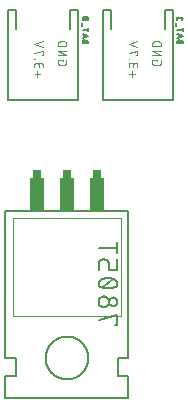
<source format=gbr>
G04 EAGLE Gerber RS-274X export*
G75*
%MOMM*%
%FSLAX34Y34*%
%LPD*%
%INSilkscreen Bottom*%
%IPPOS*%
%AMOC8*
5,1,8,0,0,1.08239X$1,22.5*%
G01*
%ADD10C,0.076200*%
%ADD11C,0.152400*%
%ADD12C,0.050800*%
%ADD13R,0.762000X0.635000*%
%ADD14R,1.270000X2.794000*%
%ADD15C,0.177800*%
%ADD16C,0.203200*%
%ADD17C,0.127000*%


D10*
X886345Y432786D02*
X886345Y434013D01*
X882253Y434013D01*
X882253Y431558D01*
X882255Y431480D01*
X882260Y431402D01*
X882270Y431325D01*
X882283Y431248D01*
X882299Y431172D01*
X882319Y431097D01*
X882343Y431023D01*
X882370Y430950D01*
X882401Y430878D01*
X882435Y430808D01*
X882472Y430740D01*
X882513Y430673D01*
X882557Y430608D01*
X882603Y430546D01*
X882653Y430486D01*
X882705Y430428D01*
X882760Y430373D01*
X882818Y430321D01*
X882878Y430271D01*
X882940Y430225D01*
X883005Y430181D01*
X883072Y430140D01*
X883140Y430103D01*
X883210Y430069D01*
X883282Y430038D01*
X883355Y430011D01*
X883429Y429987D01*
X883504Y429967D01*
X883580Y429951D01*
X883657Y429938D01*
X883734Y429928D01*
X883812Y429923D01*
X883890Y429921D01*
X887982Y429921D01*
X888060Y429923D01*
X888138Y429928D01*
X888215Y429938D01*
X888292Y429951D01*
X888368Y429967D01*
X888443Y429987D01*
X888517Y430011D01*
X888590Y430038D01*
X888662Y430069D01*
X888732Y430103D01*
X888801Y430140D01*
X888867Y430181D01*
X888932Y430225D01*
X888994Y430271D01*
X889054Y430321D01*
X889112Y430373D01*
X889167Y430428D01*
X889219Y430486D01*
X889269Y430546D01*
X889315Y430608D01*
X889359Y430673D01*
X889400Y430740D01*
X889437Y430808D01*
X889471Y430878D01*
X889502Y430950D01*
X889529Y431023D01*
X889553Y431097D01*
X889573Y431172D01*
X889589Y431248D01*
X889602Y431325D01*
X889612Y431402D01*
X889617Y431480D01*
X889619Y431558D01*
X889619Y434013D01*
X889619Y437724D02*
X882253Y437724D01*
X882253Y441816D02*
X889619Y437724D01*
X889619Y441816D02*
X882253Y441816D01*
X882253Y445527D02*
X889619Y445527D01*
X889619Y447573D01*
X889617Y447662D01*
X889611Y447751D01*
X889601Y447840D01*
X889588Y447928D01*
X889571Y448016D01*
X889549Y448103D01*
X889524Y448188D01*
X889496Y448273D01*
X889463Y448356D01*
X889427Y448438D01*
X889388Y448518D01*
X889345Y448596D01*
X889299Y448672D01*
X889249Y448747D01*
X889196Y448819D01*
X889140Y448888D01*
X889081Y448955D01*
X889020Y449020D01*
X888955Y449081D01*
X888888Y449140D01*
X888819Y449196D01*
X888747Y449249D01*
X888672Y449299D01*
X888596Y449345D01*
X888518Y449388D01*
X888438Y449427D01*
X888356Y449463D01*
X888273Y449496D01*
X888188Y449524D01*
X888103Y449549D01*
X888016Y449571D01*
X887928Y449588D01*
X887840Y449601D01*
X887751Y449611D01*
X887662Y449617D01*
X887573Y449619D01*
X884299Y449619D01*
X884210Y449617D01*
X884121Y449611D01*
X884032Y449601D01*
X883944Y449588D01*
X883856Y449571D01*
X883769Y449549D01*
X883684Y449524D01*
X883599Y449496D01*
X883516Y449463D01*
X883434Y449427D01*
X883354Y449388D01*
X883276Y449345D01*
X883200Y449299D01*
X883125Y449249D01*
X883053Y449196D01*
X882984Y449140D01*
X882917Y449081D01*
X882852Y449020D01*
X882791Y448955D01*
X882732Y448888D01*
X882676Y448819D01*
X882623Y448747D01*
X882573Y448672D01*
X882527Y448596D01*
X882484Y448518D01*
X882445Y448438D01*
X882409Y448356D01*
X882376Y448273D01*
X882348Y448188D01*
X882323Y448103D01*
X882301Y448016D01*
X882284Y447928D01*
X882271Y447840D01*
X882261Y447751D01*
X882255Y447662D01*
X882253Y447573D01*
X882253Y445527D01*
X806345Y434013D02*
X806345Y432786D01*
X806345Y434013D02*
X802253Y434013D01*
X802253Y431558D01*
X802255Y431480D01*
X802260Y431402D01*
X802270Y431325D01*
X802283Y431248D01*
X802299Y431172D01*
X802319Y431097D01*
X802343Y431023D01*
X802370Y430950D01*
X802401Y430878D01*
X802435Y430808D01*
X802472Y430740D01*
X802513Y430673D01*
X802557Y430608D01*
X802603Y430546D01*
X802653Y430486D01*
X802705Y430428D01*
X802760Y430373D01*
X802818Y430321D01*
X802878Y430271D01*
X802940Y430225D01*
X803005Y430181D01*
X803072Y430140D01*
X803140Y430103D01*
X803210Y430069D01*
X803282Y430038D01*
X803355Y430011D01*
X803429Y429987D01*
X803504Y429967D01*
X803580Y429951D01*
X803657Y429938D01*
X803734Y429928D01*
X803812Y429923D01*
X803890Y429921D01*
X807982Y429921D01*
X808060Y429923D01*
X808138Y429928D01*
X808215Y429938D01*
X808292Y429951D01*
X808368Y429967D01*
X808443Y429987D01*
X808517Y430011D01*
X808590Y430038D01*
X808662Y430069D01*
X808732Y430103D01*
X808801Y430140D01*
X808867Y430181D01*
X808932Y430225D01*
X808994Y430271D01*
X809054Y430321D01*
X809112Y430373D01*
X809167Y430428D01*
X809219Y430486D01*
X809269Y430546D01*
X809315Y430608D01*
X809359Y430673D01*
X809400Y430740D01*
X809437Y430808D01*
X809471Y430878D01*
X809502Y430950D01*
X809529Y431023D01*
X809553Y431097D01*
X809573Y431172D01*
X809589Y431248D01*
X809602Y431325D01*
X809612Y431402D01*
X809617Y431480D01*
X809619Y431558D01*
X809619Y434013D01*
X809619Y437724D02*
X802253Y437724D01*
X802253Y441816D02*
X809619Y437724D01*
X809619Y441816D02*
X802253Y441816D01*
X802253Y445527D02*
X809619Y445527D01*
X809619Y447573D01*
X809617Y447662D01*
X809611Y447751D01*
X809601Y447840D01*
X809588Y447928D01*
X809571Y448016D01*
X809549Y448103D01*
X809524Y448188D01*
X809496Y448273D01*
X809463Y448356D01*
X809427Y448438D01*
X809388Y448518D01*
X809345Y448596D01*
X809299Y448672D01*
X809249Y448747D01*
X809196Y448819D01*
X809140Y448888D01*
X809081Y448955D01*
X809020Y449020D01*
X808955Y449081D01*
X808888Y449140D01*
X808819Y449196D01*
X808747Y449249D01*
X808672Y449299D01*
X808596Y449345D01*
X808518Y449388D01*
X808438Y449427D01*
X808356Y449463D01*
X808273Y449496D01*
X808188Y449524D01*
X808103Y449549D01*
X808016Y449571D01*
X807928Y449588D01*
X807840Y449601D01*
X807751Y449611D01*
X807662Y449617D01*
X807573Y449619D01*
X804299Y449619D01*
X804210Y449617D01*
X804121Y449611D01*
X804032Y449601D01*
X803944Y449588D01*
X803856Y449571D01*
X803769Y449549D01*
X803684Y449524D01*
X803599Y449496D01*
X803516Y449463D01*
X803434Y449427D01*
X803354Y449388D01*
X803276Y449345D01*
X803200Y449299D01*
X803125Y449249D01*
X803053Y449196D01*
X802984Y449140D01*
X802917Y449081D01*
X802852Y449020D01*
X802791Y448955D01*
X802732Y448888D01*
X802676Y448819D01*
X802623Y448747D01*
X802573Y448672D01*
X802527Y448596D01*
X802484Y448518D01*
X802445Y448438D01*
X802409Y448356D01*
X802376Y448273D01*
X802348Y448188D01*
X802323Y448103D01*
X802301Y448016D01*
X802284Y447928D01*
X802271Y447840D01*
X802261Y447751D01*
X802255Y447662D01*
X802253Y447573D01*
X802253Y445527D01*
X865118Y424260D02*
X865118Y419349D01*
X867573Y421804D02*
X862662Y421804D01*
X862253Y427561D02*
X862253Y429607D01*
X862255Y429696D01*
X862261Y429785D01*
X862271Y429874D01*
X862284Y429962D01*
X862301Y430050D01*
X862323Y430137D01*
X862348Y430222D01*
X862376Y430307D01*
X862409Y430390D01*
X862445Y430472D01*
X862484Y430552D01*
X862527Y430630D01*
X862573Y430706D01*
X862623Y430781D01*
X862676Y430853D01*
X862732Y430922D01*
X862791Y430989D01*
X862852Y431054D01*
X862917Y431115D01*
X862984Y431174D01*
X863053Y431230D01*
X863125Y431283D01*
X863200Y431333D01*
X863276Y431379D01*
X863354Y431422D01*
X863434Y431461D01*
X863516Y431497D01*
X863599Y431530D01*
X863684Y431558D01*
X863769Y431583D01*
X863856Y431605D01*
X863944Y431622D01*
X864032Y431635D01*
X864121Y431645D01*
X864210Y431651D01*
X864299Y431653D01*
X864388Y431651D01*
X864477Y431645D01*
X864566Y431635D01*
X864654Y431622D01*
X864742Y431605D01*
X864829Y431583D01*
X864914Y431558D01*
X864999Y431530D01*
X865082Y431497D01*
X865164Y431461D01*
X865244Y431422D01*
X865322Y431379D01*
X865398Y431333D01*
X865473Y431283D01*
X865545Y431230D01*
X865614Y431174D01*
X865681Y431115D01*
X865746Y431054D01*
X865807Y430989D01*
X865866Y430922D01*
X865922Y430853D01*
X865975Y430781D01*
X866025Y430706D01*
X866071Y430630D01*
X866114Y430552D01*
X866153Y430472D01*
X866189Y430390D01*
X866222Y430307D01*
X866250Y430222D01*
X866275Y430137D01*
X866297Y430050D01*
X866314Y429962D01*
X866327Y429874D01*
X866337Y429785D01*
X866343Y429696D01*
X866345Y429607D01*
X869619Y430016D02*
X869619Y427561D01*
X869619Y430016D02*
X869617Y430095D01*
X869611Y430174D01*
X869602Y430253D01*
X869589Y430331D01*
X869571Y430408D01*
X869551Y430484D01*
X869526Y430559D01*
X869498Y430633D01*
X869467Y430706D01*
X869431Y430777D01*
X869393Y430846D01*
X869351Y430913D01*
X869306Y430978D01*
X869258Y431041D01*
X869207Y431102D01*
X869153Y431159D01*
X869097Y431215D01*
X869038Y431267D01*
X868976Y431317D01*
X868912Y431363D01*
X868846Y431407D01*
X868778Y431447D01*
X868708Y431483D01*
X868636Y431517D01*
X868562Y431547D01*
X868488Y431573D01*
X868412Y431596D01*
X868335Y431614D01*
X868258Y431630D01*
X868179Y431641D01*
X868101Y431649D01*
X868022Y431653D01*
X867942Y431653D01*
X867863Y431649D01*
X867785Y431641D01*
X867706Y431630D01*
X867629Y431614D01*
X867552Y431596D01*
X867476Y431573D01*
X867402Y431547D01*
X867328Y431517D01*
X867256Y431483D01*
X867186Y431447D01*
X867118Y431407D01*
X867052Y431363D01*
X866988Y431317D01*
X866926Y431267D01*
X866867Y431215D01*
X866811Y431159D01*
X866757Y431102D01*
X866706Y431041D01*
X866658Y430978D01*
X866613Y430913D01*
X866571Y430846D01*
X866533Y430777D01*
X866497Y430706D01*
X866466Y430633D01*
X866438Y430559D01*
X866413Y430484D01*
X866393Y430408D01*
X866375Y430331D01*
X866362Y430253D01*
X866353Y430174D01*
X866347Y430095D01*
X866345Y430016D01*
X866345Y428380D01*
X862662Y434523D02*
X862253Y434523D01*
X862662Y434523D02*
X862662Y434932D01*
X862253Y434932D01*
X862253Y434523D01*
X868801Y437802D02*
X869619Y437802D01*
X869619Y441895D01*
X862253Y439848D01*
X862253Y447164D02*
X869619Y444708D01*
X869619Y449619D02*
X862253Y447164D01*
X785118Y424260D02*
X785118Y419349D01*
X787573Y421804D02*
X782662Y421804D01*
X782253Y427561D02*
X782253Y429607D01*
X782255Y429696D01*
X782261Y429785D01*
X782271Y429874D01*
X782284Y429962D01*
X782301Y430050D01*
X782323Y430137D01*
X782348Y430222D01*
X782376Y430307D01*
X782409Y430390D01*
X782445Y430472D01*
X782484Y430552D01*
X782527Y430630D01*
X782573Y430706D01*
X782623Y430781D01*
X782676Y430853D01*
X782732Y430922D01*
X782791Y430989D01*
X782852Y431054D01*
X782917Y431115D01*
X782984Y431174D01*
X783053Y431230D01*
X783125Y431283D01*
X783200Y431333D01*
X783276Y431379D01*
X783354Y431422D01*
X783434Y431461D01*
X783516Y431497D01*
X783599Y431530D01*
X783684Y431558D01*
X783769Y431583D01*
X783856Y431605D01*
X783944Y431622D01*
X784032Y431635D01*
X784121Y431645D01*
X784210Y431651D01*
X784299Y431653D01*
X784388Y431651D01*
X784477Y431645D01*
X784566Y431635D01*
X784654Y431622D01*
X784742Y431605D01*
X784829Y431583D01*
X784914Y431558D01*
X784999Y431530D01*
X785082Y431497D01*
X785164Y431461D01*
X785244Y431422D01*
X785322Y431379D01*
X785398Y431333D01*
X785473Y431283D01*
X785545Y431230D01*
X785614Y431174D01*
X785681Y431115D01*
X785746Y431054D01*
X785807Y430989D01*
X785866Y430922D01*
X785922Y430853D01*
X785975Y430781D01*
X786025Y430706D01*
X786071Y430630D01*
X786114Y430552D01*
X786153Y430472D01*
X786189Y430390D01*
X786222Y430307D01*
X786250Y430222D01*
X786275Y430137D01*
X786297Y430050D01*
X786314Y429962D01*
X786327Y429874D01*
X786337Y429785D01*
X786343Y429696D01*
X786345Y429607D01*
X789619Y430016D02*
X789619Y427561D01*
X789619Y430016D02*
X789617Y430095D01*
X789611Y430174D01*
X789602Y430253D01*
X789589Y430331D01*
X789571Y430408D01*
X789551Y430484D01*
X789526Y430559D01*
X789498Y430633D01*
X789467Y430706D01*
X789431Y430777D01*
X789393Y430846D01*
X789351Y430913D01*
X789306Y430978D01*
X789258Y431041D01*
X789207Y431102D01*
X789153Y431159D01*
X789097Y431215D01*
X789038Y431267D01*
X788976Y431317D01*
X788912Y431363D01*
X788846Y431407D01*
X788778Y431447D01*
X788708Y431483D01*
X788636Y431517D01*
X788562Y431547D01*
X788488Y431573D01*
X788412Y431596D01*
X788335Y431614D01*
X788258Y431630D01*
X788179Y431641D01*
X788101Y431649D01*
X788022Y431653D01*
X787942Y431653D01*
X787863Y431649D01*
X787785Y431641D01*
X787706Y431630D01*
X787629Y431614D01*
X787552Y431596D01*
X787476Y431573D01*
X787402Y431547D01*
X787328Y431517D01*
X787256Y431483D01*
X787186Y431447D01*
X787118Y431407D01*
X787052Y431363D01*
X786988Y431317D01*
X786926Y431267D01*
X786867Y431215D01*
X786811Y431159D01*
X786757Y431102D01*
X786706Y431041D01*
X786658Y430978D01*
X786613Y430913D01*
X786571Y430846D01*
X786533Y430777D01*
X786497Y430706D01*
X786466Y430633D01*
X786438Y430559D01*
X786413Y430484D01*
X786393Y430408D01*
X786375Y430331D01*
X786362Y430253D01*
X786353Y430174D01*
X786347Y430095D01*
X786345Y430016D01*
X786345Y428380D01*
X782662Y434523D02*
X782253Y434523D01*
X782662Y434523D02*
X782662Y434932D01*
X782253Y434932D01*
X782253Y434523D01*
X788801Y437802D02*
X789619Y437802D01*
X789619Y441895D01*
X782253Y439848D01*
X782253Y447164D02*
X789619Y444708D01*
X789619Y449619D02*
X782253Y447164D01*
D11*
X757930Y306200D02*
X862070Y306200D01*
X862070Y147450D02*
X757930Y147450D01*
X862070Y181740D02*
X862070Y306200D01*
X862070Y181740D02*
X853180Y181740D01*
X853180Y166500D01*
X862070Y166500D01*
X862070Y147450D01*
X757930Y181740D02*
X757930Y306200D01*
X757930Y181740D02*
X766820Y181740D01*
X766820Y166500D01*
X757930Y166500D01*
X757930Y147450D01*
D12*
X764280Y299850D02*
X855720Y299850D01*
X855720Y217300D01*
X764280Y217300D01*
X764280Y299850D01*
D11*
X791966Y181740D02*
X791971Y182183D01*
X791988Y182625D01*
X792015Y183067D01*
X792053Y183508D01*
X792102Y183948D01*
X792161Y184386D01*
X792232Y184823D01*
X792313Y185258D01*
X792404Y185691D01*
X792506Y186122D01*
X792619Y186550D01*
X792743Y186975D01*
X792876Y187397D01*
X793020Y187815D01*
X793174Y188230D01*
X793339Y188641D01*
X793513Y189048D01*
X793697Y189451D01*
X793892Y189848D01*
X794095Y190241D01*
X794309Y190629D01*
X794532Y191011D01*
X794764Y191388D01*
X795005Y191759D01*
X795256Y192124D01*
X795515Y192483D01*
X795783Y192835D01*
X796060Y193181D01*
X796344Y193519D01*
X796638Y193851D01*
X796939Y194175D01*
X797248Y194492D01*
X797565Y194801D01*
X797889Y195102D01*
X798221Y195396D01*
X798559Y195680D01*
X798905Y195957D01*
X799257Y196225D01*
X799616Y196484D01*
X799981Y196735D01*
X800352Y196976D01*
X800729Y197208D01*
X801111Y197431D01*
X801499Y197645D01*
X801892Y197848D01*
X802289Y198043D01*
X802692Y198227D01*
X803099Y198401D01*
X803510Y198566D01*
X803925Y198720D01*
X804343Y198864D01*
X804765Y198997D01*
X805190Y199121D01*
X805618Y199234D01*
X806049Y199336D01*
X806482Y199427D01*
X806917Y199508D01*
X807354Y199579D01*
X807792Y199638D01*
X808232Y199687D01*
X808673Y199725D01*
X809115Y199752D01*
X809557Y199769D01*
X810000Y199774D01*
X810443Y199769D01*
X810885Y199752D01*
X811327Y199725D01*
X811768Y199687D01*
X812208Y199638D01*
X812646Y199579D01*
X813083Y199508D01*
X813518Y199427D01*
X813951Y199336D01*
X814382Y199234D01*
X814810Y199121D01*
X815235Y198997D01*
X815657Y198864D01*
X816075Y198720D01*
X816490Y198566D01*
X816901Y198401D01*
X817308Y198227D01*
X817711Y198043D01*
X818108Y197848D01*
X818501Y197645D01*
X818889Y197431D01*
X819271Y197208D01*
X819648Y196976D01*
X820019Y196735D01*
X820384Y196484D01*
X820743Y196225D01*
X821095Y195957D01*
X821441Y195680D01*
X821779Y195396D01*
X822111Y195102D01*
X822435Y194801D01*
X822752Y194492D01*
X823061Y194175D01*
X823362Y193851D01*
X823656Y193519D01*
X823940Y193181D01*
X824217Y192835D01*
X824485Y192483D01*
X824744Y192124D01*
X824995Y191759D01*
X825236Y191388D01*
X825468Y191011D01*
X825691Y190629D01*
X825905Y190241D01*
X826108Y189848D01*
X826303Y189451D01*
X826487Y189048D01*
X826661Y188641D01*
X826826Y188230D01*
X826980Y187815D01*
X827124Y187397D01*
X827257Y186975D01*
X827381Y186550D01*
X827494Y186122D01*
X827596Y185691D01*
X827687Y185258D01*
X827768Y184823D01*
X827839Y184386D01*
X827898Y183948D01*
X827947Y183508D01*
X827985Y183067D01*
X828012Y182625D01*
X828029Y182183D01*
X828034Y181740D01*
X828029Y181297D01*
X828012Y180855D01*
X827985Y180413D01*
X827947Y179972D01*
X827898Y179532D01*
X827839Y179094D01*
X827768Y178657D01*
X827687Y178222D01*
X827596Y177789D01*
X827494Y177358D01*
X827381Y176930D01*
X827257Y176505D01*
X827124Y176083D01*
X826980Y175665D01*
X826826Y175250D01*
X826661Y174839D01*
X826487Y174432D01*
X826303Y174029D01*
X826108Y173632D01*
X825905Y173239D01*
X825691Y172851D01*
X825468Y172469D01*
X825236Y172092D01*
X824995Y171721D01*
X824744Y171356D01*
X824485Y170997D01*
X824217Y170645D01*
X823940Y170299D01*
X823656Y169961D01*
X823362Y169629D01*
X823061Y169305D01*
X822752Y168988D01*
X822435Y168679D01*
X822111Y168378D01*
X821779Y168084D01*
X821441Y167800D01*
X821095Y167523D01*
X820743Y167255D01*
X820384Y166996D01*
X820019Y166745D01*
X819648Y166504D01*
X819271Y166272D01*
X818889Y166049D01*
X818501Y165835D01*
X818108Y165632D01*
X817711Y165437D01*
X817308Y165253D01*
X816901Y165079D01*
X816490Y164914D01*
X816075Y164760D01*
X815657Y164616D01*
X815235Y164483D01*
X814810Y164359D01*
X814382Y164246D01*
X813951Y164144D01*
X813518Y164053D01*
X813083Y163972D01*
X812646Y163901D01*
X812208Y163842D01*
X811768Y163793D01*
X811327Y163755D01*
X810885Y163728D01*
X810443Y163711D01*
X810000Y163706D01*
X809557Y163711D01*
X809115Y163728D01*
X808673Y163755D01*
X808232Y163793D01*
X807792Y163842D01*
X807354Y163901D01*
X806917Y163972D01*
X806482Y164053D01*
X806049Y164144D01*
X805618Y164246D01*
X805190Y164359D01*
X804765Y164483D01*
X804343Y164616D01*
X803925Y164760D01*
X803510Y164914D01*
X803099Y165079D01*
X802692Y165253D01*
X802289Y165437D01*
X801892Y165632D01*
X801499Y165835D01*
X801111Y166049D01*
X800729Y166272D01*
X800352Y166504D01*
X799981Y166745D01*
X799616Y166996D01*
X799257Y167255D01*
X798905Y167523D01*
X798559Y167800D01*
X798221Y168084D01*
X797889Y168378D01*
X797565Y168679D01*
X797248Y168988D01*
X796939Y169305D01*
X796638Y169629D01*
X796344Y169961D01*
X796060Y170299D01*
X795783Y170645D01*
X795515Y170997D01*
X795256Y171356D01*
X795005Y171721D01*
X794764Y172092D01*
X794532Y172469D01*
X794309Y172851D01*
X794095Y173239D01*
X793892Y173632D01*
X793697Y174029D01*
X793513Y174432D01*
X793339Y174839D01*
X793174Y175250D01*
X793020Y175665D01*
X792876Y176083D01*
X792743Y176505D01*
X792619Y176930D01*
X792506Y177358D01*
X792404Y177789D01*
X792313Y178222D01*
X792232Y178657D01*
X792161Y179094D01*
X792102Y179532D01*
X792053Y179972D01*
X792015Y180413D01*
X791988Y180855D01*
X791971Y181297D01*
X791966Y181740D01*
D13*
X835400Y337315D03*
X810000Y337315D03*
X784600Y337315D03*
D14*
X784600Y320170D03*
X810000Y320170D03*
X835400Y320170D03*
D15*
X850993Y209228D02*
X852771Y209228D01*
X852771Y218118D01*
X836769Y213673D01*
X841214Y224859D02*
X841346Y224861D01*
X841477Y224867D01*
X841609Y224877D01*
X841740Y224890D01*
X841870Y224908D01*
X842000Y224929D01*
X842130Y224954D01*
X842258Y224983D01*
X842386Y225016D01*
X842512Y225053D01*
X842638Y225093D01*
X842762Y225137D01*
X842885Y225185D01*
X843006Y225236D01*
X843126Y225291D01*
X843244Y225349D01*
X843360Y225411D01*
X843474Y225477D01*
X843587Y225545D01*
X843697Y225617D01*
X843805Y225692D01*
X843911Y225771D01*
X844015Y225852D01*
X844116Y225937D01*
X844214Y226024D01*
X844310Y226115D01*
X844403Y226208D01*
X844494Y226304D01*
X844581Y226402D01*
X844666Y226503D01*
X844747Y226607D01*
X844826Y226713D01*
X844901Y226821D01*
X844973Y226931D01*
X845041Y227044D01*
X845107Y227158D01*
X845169Y227274D01*
X845227Y227392D01*
X845282Y227512D01*
X845333Y227633D01*
X845381Y227756D01*
X845425Y227880D01*
X845465Y228006D01*
X845502Y228132D01*
X845535Y228260D01*
X845564Y228388D01*
X845589Y228518D01*
X845610Y228648D01*
X845628Y228778D01*
X845641Y228909D01*
X845651Y229041D01*
X845657Y229172D01*
X845659Y229304D01*
X845657Y229436D01*
X845651Y229567D01*
X845641Y229699D01*
X845628Y229830D01*
X845610Y229960D01*
X845589Y230090D01*
X845564Y230220D01*
X845535Y230348D01*
X845502Y230476D01*
X845465Y230602D01*
X845425Y230728D01*
X845381Y230852D01*
X845333Y230975D01*
X845282Y231096D01*
X845227Y231216D01*
X845169Y231334D01*
X845107Y231450D01*
X845041Y231564D01*
X844973Y231677D01*
X844901Y231787D01*
X844826Y231895D01*
X844747Y232001D01*
X844666Y232105D01*
X844581Y232206D01*
X844494Y232304D01*
X844403Y232400D01*
X844310Y232493D01*
X844214Y232584D01*
X844116Y232671D01*
X844015Y232756D01*
X843911Y232837D01*
X843805Y232916D01*
X843697Y232991D01*
X843587Y233063D01*
X843474Y233131D01*
X843360Y233197D01*
X843244Y233259D01*
X843126Y233317D01*
X843006Y233372D01*
X842885Y233423D01*
X842762Y233471D01*
X842638Y233515D01*
X842512Y233555D01*
X842386Y233592D01*
X842258Y233625D01*
X842130Y233654D01*
X842000Y233679D01*
X841870Y233700D01*
X841740Y233718D01*
X841609Y233731D01*
X841477Y233741D01*
X841346Y233747D01*
X841214Y233749D01*
X841082Y233747D01*
X840951Y233741D01*
X840819Y233731D01*
X840688Y233718D01*
X840558Y233700D01*
X840428Y233679D01*
X840298Y233654D01*
X840170Y233625D01*
X840042Y233592D01*
X839916Y233555D01*
X839790Y233515D01*
X839666Y233471D01*
X839543Y233423D01*
X839422Y233372D01*
X839302Y233317D01*
X839184Y233259D01*
X839068Y233197D01*
X838954Y233131D01*
X838841Y233063D01*
X838731Y232991D01*
X838623Y232916D01*
X838517Y232837D01*
X838413Y232756D01*
X838312Y232671D01*
X838214Y232584D01*
X838118Y232493D01*
X838025Y232400D01*
X837934Y232304D01*
X837847Y232206D01*
X837762Y232105D01*
X837681Y232001D01*
X837602Y231895D01*
X837527Y231787D01*
X837455Y231677D01*
X837387Y231564D01*
X837321Y231450D01*
X837259Y231334D01*
X837201Y231216D01*
X837146Y231096D01*
X837095Y230975D01*
X837047Y230852D01*
X837003Y230728D01*
X836963Y230602D01*
X836926Y230476D01*
X836893Y230348D01*
X836864Y230220D01*
X836839Y230090D01*
X836818Y229960D01*
X836800Y229830D01*
X836787Y229699D01*
X836777Y229567D01*
X836771Y229436D01*
X836769Y229304D01*
X836771Y229172D01*
X836777Y229041D01*
X836787Y228909D01*
X836800Y228778D01*
X836818Y228648D01*
X836839Y228518D01*
X836864Y228388D01*
X836893Y228260D01*
X836926Y228132D01*
X836963Y228006D01*
X837003Y227880D01*
X837047Y227756D01*
X837095Y227633D01*
X837146Y227512D01*
X837201Y227392D01*
X837259Y227274D01*
X837321Y227158D01*
X837387Y227044D01*
X837455Y226931D01*
X837527Y226821D01*
X837602Y226713D01*
X837681Y226607D01*
X837762Y226503D01*
X837847Y226402D01*
X837934Y226304D01*
X838025Y226208D01*
X838118Y226115D01*
X838214Y226024D01*
X838312Y225937D01*
X838413Y225852D01*
X838517Y225771D01*
X838623Y225692D01*
X838731Y225617D01*
X838841Y225545D01*
X838954Y225477D01*
X839068Y225411D01*
X839184Y225349D01*
X839302Y225291D01*
X839422Y225236D01*
X839543Y225185D01*
X839666Y225137D01*
X839790Y225093D01*
X839916Y225053D01*
X840042Y225016D01*
X840170Y224983D01*
X840298Y224954D01*
X840428Y224929D01*
X840558Y224908D01*
X840688Y224890D01*
X840819Y224877D01*
X840951Y224867D01*
X841082Y224861D01*
X841214Y224859D01*
X849215Y225748D02*
X849333Y225750D01*
X849450Y225756D01*
X849567Y225765D01*
X849684Y225779D01*
X849800Y225796D01*
X849916Y225818D01*
X850031Y225843D01*
X850145Y225872D01*
X850258Y225904D01*
X850370Y225941D01*
X850480Y225981D01*
X850589Y226024D01*
X850697Y226072D01*
X850803Y226122D01*
X850907Y226177D01*
X851010Y226234D01*
X851110Y226295D01*
X851209Y226360D01*
X851305Y226427D01*
X851399Y226498D01*
X851491Y226572D01*
X851580Y226648D01*
X851666Y226728D01*
X851750Y226810D01*
X851831Y226896D01*
X851909Y226983D01*
X851985Y227074D01*
X852057Y227167D01*
X852126Y227262D01*
X852192Y227359D01*
X852255Y227459D01*
X852314Y227560D01*
X852370Y227663D01*
X852422Y227769D01*
X852471Y227876D01*
X852517Y227984D01*
X852559Y228094D01*
X852597Y228205D01*
X852631Y228318D01*
X852662Y228431D01*
X852689Y228546D01*
X852712Y228661D01*
X852732Y228777D01*
X852747Y228893D01*
X852759Y229010D01*
X852767Y229128D01*
X852771Y229245D01*
X852771Y229363D01*
X852767Y229480D01*
X852759Y229598D01*
X852747Y229715D01*
X852732Y229831D01*
X852712Y229947D01*
X852689Y230062D01*
X852662Y230177D01*
X852631Y230290D01*
X852597Y230403D01*
X852559Y230514D01*
X852517Y230624D01*
X852471Y230732D01*
X852422Y230839D01*
X852370Y230945D01*
X852314Y231048D01*
X852255Y231149D01*
X852192Y231249D01*
X852126Y231346D01*
X852057Y231441D01*
X851985Y231534D01*
X851909Y231625D01*
X851831Y231712D01*
X851750Y231798D01*
X851666Y231880D01*
X851580Y231960D01*
X851491Y232036D01*
X851399Y232110D01*
X851305Y232181D01*
X851209Y232248D01*
X851110Y232313D01*
X851010Y232374D01*
X850907Y232431D01*
X850803Y232486D01*
X850697Y232536D01*
X850589Y232584D01*
X850480Y232627D01*
X850370Y232667D01*
X850258Y232704D01*
X850145Y232736D01*
X850031Y232765D01*
X849916Y232790D01*
X849800Y232812D01*
X849684Y232829D01*
X849567Y232843D01*
X849450Y232852D01*
X849333Y232858D01*
X849215Y232860D01*
X849097Y232858D01*
X848980Y232852D01*
X848863Y232843D01*
X848746Y232829D01*
X848630Y232812D01*
X848514Y232790D01*
X848399Y232765D01*
X848285Y232736D01*
X848172Y232704D01*
X848060Y232667D01*
X847950Y232627D01*
X847841Y232584D01*
X847733Y232536D01*
X847627Y232486D01*
X847523Y232431D01*
X847420Y232374D01*
X847320Y232313D01*
X847221Y232248D01*
X847125Y232181D01*
X847031Y232110D01*
X846939Y232036D01*
X846850Y231960D01*
X846764Y231880D01*
X846680Y231798D01*
X846599Y231712D01*
X846521Y231625D01*
X846445Y231534D01*
X846373Y231441D01*
X846304Y231346D01*
X846238Y231249D01*
X846175Y231149D01*
X846116Y231048D01*
X846060Y230945D01*
X846008Y230839D01*
X845959Y230732D01*
X845913Y230624D01*
X845871Y230514D01*
X845833Y230403D01*
X845799Y230290D01*
X845768Y230177D01*
X845741Y230062D01*
X845718Y229947D01*
X845698Y229831D01*
X845683Y229715D01*
X845671Y229598D01*
X845663Y229480D01*
X845659Y229363D01*
X845659Y229245D01*
X845663Y229128D01*
X845671Y229010D01*
X845683Y228893D01*
X845698Y228777D01*
X845718Y228661D01*
X845741Y228546D01*
X845768Y228431D01*
X845799Y228318D01*
X845833Y228205D01*
X845871Y228094D01*
X845913Y227984D01*
X845959Y227876D01*
X846008Y227769D01*
X846060Y227663D01*
X846116Y227560D01*
X846175Y227459D01*
X846238Y227359D01*
X846304Y227262D01*
X846373Y227167D01*
X846445Y227074D01*
X846521Y226983D01*
X846599Y226896D01*
X846680Y226810D01*
X846764Y226728D01*
X846850Y226648D01*
X846939Y226572D01*
X847031Y226498D01*
X847125Y226427D01*
X847221Y226360D01*
X847320Y226295D01*
X847420Y226234D01*
X847523Y226177D01*
X847627Y226122D01*
X847733Y226072D01*
X847841Y226024D01*
X847950Y225981D01*
X848060Y225941D01*
X848172Y225904D01*
X848285Y225872D01*
X848399Y225843D01*
X848514Y225818D01*
X848630Y225796D01*
X848746Y225779D01*
X848863Y225765D01*
X848980Y225756D01*
X849097Y225750D01*
X849215Y225748D01*
X844770Y240490D02*
X845085Y240494D01*
X845399Y240505D01*
X845714Y240524D01*
X846027Y240550D01*
X846340Y240584D01*
X846652Y240625D01*
X846963Y240674D01*
X847273Y240730D01*
X847582Y240793D01*
X847888Y240864D01*
X848193Y240942D01*
X848496Y241027D01*
X848797Y241120D01*
X849096Y241220D01*
X849392Y241327D01*
X849686Y241440D01*
X849976Y241561D01*
X850264Y241689D01*
X850549Y241824D01*
X850549Y241825D02*
X850655Y241863D01*
X850760Y241906D01*
X850864Y241951D01*
X850966Y242001D01*
X851066Y242054D01*
X851165Y242110D01*
X851261Y242170D01*
X851355Y242233D01*
X851447Y242299D01*
X851537Y242368D01*
X851624Y242440D01*
X851709Y242516D01*
X851791Y242594D01*
X851870Y242675D01*
X851947Y242758D01*
X852020Y242845D01*
X852091Y242933D01*
X852158Y243024D01*
X852223Y243118D01*
X852284Y243213D01*
X852341Y243311D01*
X852396Y243410D01*
X852446Y243511D01*
X852494Y243614D01*
X852538Y243719D01*
X852578Y243825D01*
X852614Y243932D01*
X852647Y244041D01*
X852676Y244150D01*
X852701Y244261D01*
X852722Y244372D01*
X852740Y244484D01*
X852753Y244597D01*
X852763Y244710D01*
X852769Y244823D01*
X852771Y244936D01*
X852769Y245049D01*
X852763Y245162D01*
X852753Y245275D01*
X852740Y245388D01*
X852722Y245500D01*
X852701Y245611D01*
X852676Y245722D01*
X852647Y245831D01*
X852614Y245940D01*
X852578Y246047D01*
X852538Y246153D01*
X852494Y246258D01*
X852446Y246361D01*
X852396Y246462D01*
X852341Y246561D01*
X852284Y246659D01*
X852223Y246754D01*
X852158Y246848D01*
X852091Y246939D01*
X852020Y247027D01*
X851947Y247114D01*
X851870Y247197D01*
X851791Y247278D01*
X851709Y247356D01*
X851624Y247432D01*
X851537Y247504D01*
X851447Y247573D01*
X851355Y247639D01*
X851261Y247702D01*
X851165Y247762D01*
X851066Y247818D01*
X850966Y247871D01*
X850864Y247921D01*
X850760Y247966D01*
X850655Y248009D01*
X850549Y248047D01*
X850264Y248182D01*
X849976Y248310D01*
X849686Y248431D01*
X849392Y248544D01*
X849096Y248651D01*
X848797Y248751D01*
X848496Y248844D01*
X848193Y248929D01*
X847888Y249007D01*
X847582Y249078D01*
X847273Y249141D01*
X846963Y249197D01*
X846652Y249246D01*
X846340Y249287D01*
X846027Y249321D01*
X845714Y249347D01*
X845399Y249366D01*
X845085Y249377D01*
X844770Y249381D01*
X844770Y240490D02*
X844455Y240494D01*
X844141Y240505D01*
X843826Y240524D01*
X843513Y240550D01*
X843200Y240584D01*
X842888Y240625D01*
X842577Y240674D01*
X842267Y240730D01*
X841958Y240793D01*
X841652Y240864D01*
X841347Y240942D01*
X841044Y241027D01*
X840743Y241120D01*
X840444Y241220D01*
X840148Y241327D01*
X839854Y241440D01*
X839564Y241561D01*
X839276Y241689D01*
X838991Y241824D01*
X838991Y241825D02*
X838885Y241863D01*
X838780Y241906D01*
X838676Y241951D01*
X838574Y242001D01*
X838474Y242054D01*
X838375Y242110D01*
X838279Y242170D01*
X838185Y242233D01*
X838093Y242299D01*
X838003Y242368D01*
X837916Y242440D01*
X837831Y242516D01*
X837749Y242594D01*
X837670Y242675D01*
X837593Y242758D01*
X837520Y242845D01*
X837449Y242933D01*
X837382Y243024D01*
X837317Y243118D01*
X837256Y243213D01*
X837199Y243311D01*
X837144Y243410D01*
X837094Y243511D01*
X837046Y243614D01*
X837002Y243719D01*
X836962Y243825D01*
X836926Y243932D01*
X836893Y244041D01*
X836864Y244150D01*
X836839Y244261D01*
X836818Y244372D01*
X836800Y244484D01*
X836787Y244597D01*
X836777Y244710D01*
X836771Y244823D01*
X836769Y244936D01*
X838991Y248047D02*
X839276Y248182D01*
X839564Y248310D01*
X839854Y248431D01*
X840148Y248544D01*
X840444Y248651D01*
X840743Y248751D01*
X841044Y248844D01*
X841347Y248929D01*
X841652Y249007D01*
X841958Y249078D01*
X842267Y249141D01*
X842577Y249197D01*
X842888Y249246D01*
X843200Y249287D01*
X843513Y249321D01*
X843826Y249347D01*
X844141Y249366D01*
X844455Y249377D01*
X844770Y249381D01*
X838991Y248047D02*
X838885Y248009D01*
X838780Y247966D01*
X838676Y247921D01*
X838574Y247871D01*
X838474Y247818D01*
X838375Y247762D01*
X838279Y247702D01*
X838185Y247639D01*
X838093Y247573D01*
X838003Y247504D01*
X837916Y247432D01*
X837831Y247356D01*
X837749Y247278D01*
X837670Y247197D01*
X837593Y247114D01*
X837520Y247027D01*
X837449Y246939D01*
X837382Y246848D01*
X837317Y246754D01*
X837256Y246659D01*
X837199Y246561D01*
X837144Y246462D01*
X837094Y246361D01*
X837046Y246258D01*
X837002Y246153D01*
X836962Y246047D01*
X836926Y245940D01*
X836893Y245831D01*
X836864Y245722D01*
X836839Y245611D01*
X836818Y245500D01*
X836800Y245388D01*
X836787Y245275D01*
X836777Y245162D01*
X836771Y245049D01*
X836769Y244936D01*
X840325Y241380D02*
X849215Y248492D01*
X836769Y256122D02*
X836769Y261456D01*
X836771Y261572D01*
X836777Y261689D01*
X836786Y261805D01*
X836799Y261920D01*
X836816Y262035D01*
X836837Y262150D01*
X836862Y262263D01*
X836890Y262376D01*
X836922Y262488D01*
X836958Y262599D01*
X836997Y262709D01*
X837040Y262817D01*
X837086Y262924D01*
X837136Y263029D01*
X837189Y263132D01*
X837245Y263234D01*
X837305Y263334D01*
X837368Y263432D01*
X837435Y263527D01*
X837504Y263621D01*
X837576Y263712D01*
X837651Y263801D01*
X837730Y263887D01*
X837811Y263970D01*
X837894Y264051D01*
X837980Y264130D01*
X838069Y264205D01*
X838160Y264277D01*
X838254Y264346D01*
X838349Y264413D01*
X838447Y264476D01*
X838547Y264536D01*
X838649Y264592D01*
X838752Y264645D01*
X838857Y264695D01*
X838964Y264741D01*
X839072Y264784D01*
X839182Y264823D01*
X839293Y264859D01*
X839405Y264891D01*
X839518Y264919D01*
X839631Y264944D01*
X839746Y264965D01*
X839861Y264982D01*
X839976Y264995D01*
X840092Y265004D01*
X840209Y265010D01*
X840325Y265012D01*
X842103Y265012D01*
X842219Y265010D01*
X842336Y265004D01*
X842452Y264995D01*
X842567Y264982D01*
X842682Y264965D01*
X842797Y264944D01*
X842910Y264919D01*
X843023Y264891D01*
X843135Y264859D01*
X843246Y264823D01*
X843356Y264784D01*
X843464Y264741D01*
X843571Y264695D01*
X843676Y264645D01*
X843779Y264592D01*
X843881Y264536D01*
X843981Y264476D01*
X844079Y264413D01*
X844174Y264346D01*
X844268Y264277D01*
X844359Y264205D01*
X844448Y264130D01*
X844534Y264051D01*
X844617Y263970D01*
X844698Y263887D01*
X844777Y263801D01*
X844852Y263712D01*
X844924Y263621D01*
X844993Y263527D01*
X845060Y263432D01*
X845123Y263334D01*
X845183Y263234D01*
X845239Y263132D01*
X845292Y263029D01*
X845342Y262924D01*
X845388Y262817D01*
X845431Y262709D01*
X845470Y262599D01*
X845506Y262488D01*
X845538Y262376D01*
X845566Y262263D01*
X845591Y262150D01*
X845612Y262035D01*
X845629Y261920D01*
X845642Y261805D01*
X845651Y261689D01*
X845657Y261572D01*
X845659Y261456D01*
X845659Y256122D01*
X852771Y256122D01*
X852771Y265012D01*
X852771Y275156D02*
X836769Y275156D01*
X852771Y270711D02*
X852771Y279601D01*
D16*
X840500Y400000D02*
X840500Y476000D01*
X840500Y400000D02*
X899500Y400000D01*
X899500Y476000D01*
X847000Y476000D02*
X840500Y476000D01*
X893000Y476000D02*
X899500Y476000D01*
X847000Y476000D02*
X847000Y460000D01*
X893000Y460000D02*
X893000Y476000D01*
D17*
X906016Y449276D02*
X906016Y447935D01*
X906017Y449276D02*
X906015Y449347D01*
X906009Y449419D01*
X906000Y449489D01*
X905987Y449559D01*
X905970Y449629D01*
X905949Y449697D01*
X905925Y449764D01*
X905897Y449830D01*
X905866Y449894D01*
X905831Y449957D01*
X905793Y450017D01*
X905752Y450076D01*
X905708Y450132D01*
X905661Y450186D01*
X905612Y450237D01*
X905559Y450285D01*
X905504Y450331D01*
X905447Y450373D01*
X905387Y450413D01*
X905326Y450449D01*
X905262Y450482D01*
X905197Y450511D01*
X905131Y450537D01*
X905063Y450560D01*
X904994Y450579D01*
X904924Y450594D01*
X904854Y450605D01*
X904783Y450613D01*
X904712Y450617D01*
X904640Y450617D01*
X904569Y450613D01*
X904498Y450605D01*
X904428Y450594D01*
X904358Y450579D01*
X904289Y450560D01*
X904221Y450537D01*
X904155Y450511D01*
X904090Y450482D01*
X904026Y450449D01*
X903965Y450413D01*
X903905Y450373D01*
X903848Y450331D01*
X903793Y450285D01*
X903740Y450237D01*
X903691Y450186D01*
X903644Y450132D01*
X903600Y450076D01*
X903559Y450017D01*
X903521Y449957D01*
X903486Y449894D01*
X903455Y449830D01*
X903427Y449764D01*
X903403Y449697D01*
X903382Y449629D01*
X903365Y449559D01*
X903352Y449489D01*
X903343Y449419D01*
X903337Y449347D01*
X903335Y449276D01*
X903335Y447935D01*
X908161Y447935D01*
X908161Y449276D01*
X908159Y449341D01*
X908153Y449405D01*
X908143Y449469D01*
X908130Y449533D01*
X908112Y449595D01*
X908091Y449656D01*
X908067Y449716D01*
X908038Y449774D01*
X908006Y449831D01*
X907971Y449885D01*
X907933Y449937D01*
X907891Y449987D01*
X907847Y450034D01*
X907800Y450078D01*
X907750Y450120D01*
X907698Y450158D01*
X907644Y450193D01*
X907587Y450225D01*
X907529Y450254D01*
X907469Y450278D01*
X907408Y450299D01*
X907346Y450317D01*
X907282Y450330D01*
X907218Y450340D01*
X907154Y450346D01*
X907089Y450348D01*
X907024Y450346D01*
X906960Y450340D01*
X906896Y450330D01*
X906832Y450317D01*
X906770Y450299D01*
X906709Y450278D01*
X906649Y450254D01*
X906591Y450225D01*
X906534Y450193D01*
X906480Y450158D01*
X906428Y450120D01*
X906378Y450078D01*
X906331Y450034D01*
X906287Y449987D01*
X906245Y449937D01*
X906207Y449885D01*
X906172Y449831D01*
X906140Y449774D01*
X906111Y449716D01*
X906087Y449656D01*
X906066Y449595D01*
X906048Y449533D01*
X906035Y449469D01*
X906025Y449405D01*
X906019Y449341D01*
X906017Y449276D01*
X903335Y452824D02*
X908161Y454433D01*
X903335Y456041D01*
X904542Y455639D02*
X904542Y453226D01*
X903335Y459553D02*
X908161Y459553D01*
X908161Y458213D02*
X908161Y460894D01*
X902799Y463053D02*
X902799Y465198D01*
X907089Y467722D02*
X908161Y469063D01*
X903335Y469063D01*
X903335Y470403D02*
X903335Y467722D01*
D16*
X760500Y476000D02*
X760500Y400000D01*
X819500Y400000D01*
X819500Y476000D01*
X767000Y476000D02*
X760500Y476000D01*
X813000Y476000D02*
X819500Y476000D01*
X767000Y476000D02*
X767000Y460000D01*
X813000Y460000D02*
X813000Y476000D01*
D17*
X826016Y449276D02*
X826016Y447935D01*
X826017Y449276D02*
X826015Y449347D01*
X826009Y449419D01*
X826000Y449489D01*
X825987Y449559D01*
X825970Y449629D01*
X825949Y449697D01*
X825925Y449764D01*
X825897Y449830D01*
X825866Y449894D01*
X825831Y449957D01*
X825793Y450017D01*
X825752Y450076D01*
X825708Y450132D01*
X825661Y450186D01*
X825612Y450237D01*
X825559Y450285D01*
X825504Y450331D01*
X825447Y450373D01*
X825387Y450413D01*
X825326Y450449D01*
X825262Y450482D01*
X825197Y450511D01*
X825131Y450537D01*
X825063Y450560D01*
X824994Y450579D01*
X824924Y450594D01*
X824854Y450605D01*
X824783Y450613D01*
X824712Y450617D01*
X824640Y450617D01*
X824569Y450613D01*
X824498Y450605D01*
X824428Y450594D01*
X824358Y450579D01*
X824289Y450560D01*
X824221Y450537D01*
X824155Y450511D01*
X824090Y450482D01*
X824026Y450449D01*
X823965Y450413D01*
X823905Y450373D01*
X823848Y450331D01*
X823793Y450285D01*
X823740Y450237D01*
X823691Y450186D01*
X823644Y450132D01*
X823600Y450076D01*
X823559Y450017D01*
X823521Y449957D01*
X823486Y449894D01*
X823455Y449830D01*
X823427Y449764D01*
X823403Y449697D01*
X823382Y449629D01*
X823365Y449559D01*
X823352Y449489D01*
X823343Y449419D01*
X823337Y449347D01*
X823335Y449276D01*
X823335Y447935D01*
X828161Y447935D01*
X828161Y449276D01*
X828159Y449341D01*
X828153Y449405D01*
X828143Y449469D01*
X828130Y449533D01*
X828112Y449595D01*
X828091Y449656D01*
X828067Y449716D01*
X828038Y449774D01*
X828006Y449831D01*
X827971Y449885D01*
X827933Y449937D01*
X827891Y449987D01*
X827847Y450034D01*
X827800Y450078D01*
X827750Y450120D01*
X827698Y450158D01*
X827644Y450193D01*
X827587Y450225D01*
X827529Y450254D01*
X827469Y450278D01*
X827408Y450299D01*
X827346Y450317D01*
X827282Y450330D01*
X827218Y450340D01*
X827154Y450346D01*
X827089Y450348D01*
X827024Y450346D01*
X826960Y450340D01*
X826896Y450330D01*
X826832Y450317D01*
X826770Y450299D01*
X826709Y450278D01*
X826649Y450254D01*
X826591Y450225D01*
X826534Y450193D01*
X826480Y450158D01*
X826428Y450120D01*
X826378Y450078D01*
X826331Y450034D01*
X826287Y449987D01*
X826245Y449937D01*
X826207Y449885D01*
X826172Y449831D01*
X826140Y449774D01*
X826111Y449716D01*
X826087Y449656D01*
X826066Y449595D01*
X826048Y449533D01*
X826035Y449469D01*
X826025Y449405D01*
X826019Y449341D01*
X826017Y449276D01*
X823335Y452824D02*
X828161Y454433D01*
X823335Y456041D01*
X824542Y455639D02*
X824542Y453226D01*
X823335Y459553D02*
X828161Y459553D01*
X828161Y458213D02*
X828161Y460894D01*
X822799Y463053D02*
X822799Y465198D01*
X825748Y467722D02*
X825868Y467724D01*
X825988Y467729D01*
X826108Y467738D01*
X826228Y467751D01*
X826347Y467767D01*
X826466Y467787D01*
X826584Y467811D01*
X826701Y467838D01*
X826817Y467868D01*
X826932Y467902D01*
X827047Y467940D01*
X827160Y467981D01*
X827271Y468025D01*
X827382Y468073D01*
X827491Y468124D01*
X827491Y468125D02*
X827548Y468146D01*
X827604Y468172D01*
X827659Y468200D01*
X827711Y468232D01*
X827762Y468268D01*
X827810Y468306D01*
X827856Y468347D01*
X827899Y468391D01*
X827939Y468437D01*
X827976Y468486D01*
X828010Y468538D01*
X828041Y468591D01*
X828069Y468646D01*
X828093Y468702D01*
X828114Y468760D01*
X828131Y468819D01*
X828144Y468879D01*
X828153Y468940D01*
X828159Y469002D01*
X828161Y469063D01*
X828159Y469124D01*
X828153Y469186D01*
X828144Y469247D01*
X828131Y469307D01*
X828114Y469366D01*
X828093Y469424D01*
X828069Y469480D01*
X828041Y469535D01*
X828010Y469588D01*
X827976Y469640D01*
X827939Y469689D01*
X827899Y469735D01*
X827856Y469779D01*
X827810Y469820D01*
X827762Y469858D01*
X827711Y469894D01*
X827659Y469926D01*
X827604Y469954D01*
X827548Y469980D01*
X827491Y470001D01*
X827382Y470052D01*
X827271Y470100D01*
X827160Y470144D01*
X827047Y470185D01*
X826932Y470223D01*
X826817Y470257D01*
X826701Y470287D01*
X826584Y470314D01*
X826466Y470338D01*
X826347Y470358D01*
X826228Y470374D01*
X826108Y470387D01*
X825988Y470396D01*
X825868Y470401D01*
X825748Y470403D01*
X825748Y467722D02*
X825628Y467724D01*
X825508Y467729D01*
X825388Y467738D01*
X825268Y467751D01*
X825149Y467767D01*
X825030Y467787D01*
X824912Y467811D01*
X824795Y467838D01*
X824679Y467868D01*
X824564Y467902D01*
X824449Y467940D01*
X824336Y467981D01*
X824225Y468025D01*
X824114Y468073D01*
X824005Y468124D01*
X824005Y468125D02*
X823948Y468146D01*
X823892Y468172D01*
X823837Y468200D01*
X823785Y468232D01*
X823734Y468268D01*
X823686Y468306D01*
X823640Y468347D01*
X823597Y468391D01*
X823557Y468437D01*
X823520Y468486D01*
X823486Y468538D01*
X823455Y468591D01*
X823427Y468646D01*
X823403Y468702D01*
X823382Y468760D01*
X823365Y468819D01*
X823352Y468879D01*
X823343Y468940D01*
X823337Y469002D01*
X823335Y469063D01*
X824005Y470001D02*
X824114Y470052D01*
X824225Y470100D01*
X824336Y470144D01*
X824449Y470185D01*
X824564Y470223D01*
X824679Y470257D01*
X824795Y470287D01*
X824912Y470314D01*
X825030Y470338D01*
X825149Y470358D01*
X825268Y470374D01*
X825388Y470387D01*
X825508Y470396D01*
X825628Y470401D01*
X825748Y470403D01*
X824005Y470001D02*
X823948Y469980D01*
X823892Y469954D01*
X823837Y469926D01*
X823785Y469894D01*
X823734Y469858D01*
X823686Y469820D01*
X823640Y469779D01*
X823597Y469735D01*
X823557Y469688D01*
X823520Y469640D01*
X823486Y469588D01*
X823455Y469535D01*
X823427Y469480D01*
X823403Y469424D01*
X823382Y469366D01*
X823365Y469307D01*
X823352Y469247D01*
X823343Y469186D01*
X823337Y469124D01*
X823335Y469063D01*
X824407Y467990D02*
X827089Y470135D01*
M02*

</source>
